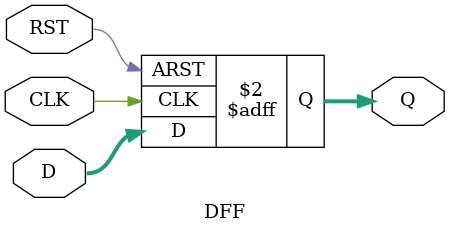
<source format=v>
`timescale 1ns / 1ps
/*verilator public_flat_rd_on*/

module DFF (
    CLK, RST, D, Q
);

input CLK;
input RST;
input [31:0] D;
output reg [31:0] Q;

/*verilator public_off*/

always @ (posedge CLK or posedge RST)
    if (RST)
        Q <= 32'b0;
    else
        Q <= D;
        
endmodule

</source>
